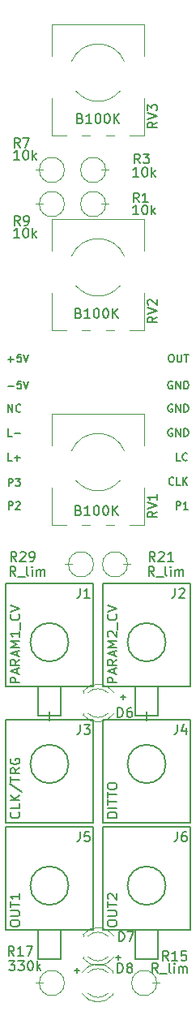
<source format=gbr>
%TF.GenerationSoftware,KiCad,Pcbnew,(5.1.9-0-10_14)*%
%TF.CreationDate,2021-01-17T19:39:33-06:00*%
%TF.ProjectId,JNTUB_board1,4a4e5455-425f-4626-9f61-7264312e6b69,rev?*%
%TF.SameCoordinates,Original*%
%TF.FileFunction,Legend,Top*%
%TF.FilePolarity,Positive*%
%FSLAX46Y46*%
G04 Gerber Fmt 4.6, Leading zero omitted, Abs format (unit mm)*
G04 Created by KiCad (PCBNEW (5.1.9-0-10_14)) date 2021-01-17 19:39:33*
%MOMM*%
%LPD*%
G01*
G04 APERTURE LIST*
%ADD10C,0.150000*%
%ADD11C,0.120000*%
%ADD12C,0.200000*%
G04 APERTURE END LIST*
D10*
X224269428Y-91116142D02*
X224878952Y-91116142D01*
X225640857Y-90620904D02*
X225259904Y-90620904D01*
X225221809Y-91001857D01*
X225259904Y-90963761D01*
X225336095Y-90925666D01*
X225526571Y-90925666D01*
X225602761Y-90963761D01*
X225640857Y-91001857D01*
X225678952Y-91078047D01*
X225678952Y-91268523D01*
X225640857Y-91344714D01*
X225602761Y-91382809D01*
X225526571Y-91420904D01*
X225336095Y-91420904D01*
X225259904Y-91382809D01*
X225221809Y-91344714D01*
X225907523Y-90620904D02*
X226174190Y-91420904D01*
X226440857Y-90620904D01*
X224288428Y-93833904D02*
X224288428Y-93033904D01*
X224745571Y-93833904D01*
X224745571Y-93033904D01*
X225583666Y-93757714D02*
X225545571Y-93795809D01*
X225431285Y-93833904D01*
X225355095Y-93833904D01*
X225240809Y-93795809D01*
X225164619Y-93719619D01*
X225126523Y-93643428D01*
X225088428Y-93491047D01*
X225088428Y-93376761D01*
X225126523Y-93224380D01*
X225164619Y-93148190D01*
X225240809Y-93072000D01*
X225355095Y-93033904D01*
X225431285Y-93033904D01*
X225545571Y-93072000D01*
X225583666Y-93110095D01*
X224269428Y-88322142D02*
X224878952Y-88322142D01*
X224574190Y-88626904D02*
X224574190Y-88017380D01*
X225640857Y-87826904D02*
X225259904Y-87826904D01*
X225221809Y-88207857D01*
X225259904Y-88169761D01*
X225336095Y-88131666D01*
X225526571Y-88131666D01*
X225602761Y-88169761D01*
X225640857Y-88207857D01*
X225678952Y-88284047D01*
X225678952Y-88474523D01*
X225640857Y-88550714D01*
X225602761Y-88588809D01*
X225526571Y-88626904D01*
X225336095Y-88626904D01*
X225259904Y-88588809D01*
X225221809Y-88550714D01*
X225907523Y-87826904D02*
X226174190Y-88626904D01*
X226440857Y-87826904D01*
X224326523Y-101580904D02*
X224326523Y-100780904D01*
X224631285Y-100780904D01*
X224707476Y-100819000D01*
X224745571Y-100857095D01*
X224783666Y-100933285D01*
X224783666Y-101047571D01*
X224745571Y-101123761D01*
X224707476Y-101161857D01*
X224631285Y-101199952D01*
X224326523Y-101199952D01*
X225050333Y-100780904D02*
X225545571Y-100780904D01*
X225278904Y-101085666D01*
X225393190Y-101085666D01*
X225469380Y-101123761D01*
X225507476Y-101161857D01*
X225545571Y-101238047D01*
X225545571Y-101428523D01*
X225507476Y-101504714D01*
X225469380Y-101542809D01*
X225393190Y-101580904D01*
X225164619Y-101580904D01*
X225088428Y-101542809D01*
X225050333Y-101504714D01*
X224669380Y-98913904D02*
X224288428Y-98913904D01*
X224288428Y-98113904D01*
X224936047Y-98609142D02*
X225545571Y-98609142D01*
X225240809Y-98913904D02*
X225240809Y-98304380D01*
X224326523Y-103993904D02*
X224326523Y-103193904D01*
X224631285Y-103193904D01*
X224707476Y-103232000D01*
X224745571Y-103270095D01*
X224783666Y-103346285D01*
X224783666Y-103460571D01*
X224745571Y-103536761D01*
X224707476Y-103574857D01*
X224631285Y-103612952D01*
X224326523Y-103612952D01*
X225088428Y-103270095D02*
X225126523Y-103232000D01*
X225202714Y-103193904D01*
X225393190Y-103193904D01*
X225469380Y-103232000D01*
X225507476Y-103270095D01*
X225545571Y-103346285D01*
X225545571Y-103422476D01*
X225507476Y-103536761D01*
X225050333Y-103993904D01*
X225545571Y-103993904D01*
X224669380Y-96373904D02*
X224288428Y-96373904D01*
X224288428Y-95573904D01*
X224936047Y-96069142D02*
X225545571Y-96069142D01*
X241452476Y-93072000D02*
X241376285Y-93033904D01*
X241262000Y-93033904D01*
X241147714Y-93072000D01*
X241071523Y-93148190D01*
X241033428Y-93224380D01*
X240995333Y-93376761D01*
X240995333Y-93491047D01*
X241033428Y-93643428D01*
X241071523Y-93719619D01*
X241147714Y-93795809D01*
X241262000Y-93833904D01*
X241338190Y-93833904D01*
X241452476Y-93795809D01*
X241490571Y-93757714D01*
X241490571Y-93491047D01*
X241338190Y-93491047D01*
X241833428Y-93833904D02*
X241833428Y-93033904D01*
X242290571Y-93833904D01*
X242290571Y-93033904D01*
X242671523Y-93833904D02*
X242671523Y-93033904D01*
X242862000Y-93033904D01*
X242976285Y-93072000D01*
X243052476Y-93148190D01*
X243090571Y-93224380D01*
X243128666Y-93376761D01*
X243128666Y-93491047D01*
X243090571Y-93643428D01*
X243052476Y-93719619D01*
X242976285Y-93795809D01*
X242862000Y-93833904D01*
X242671523Y-93833904D01*
X241452476Y-90659000D02*
X241376285Y-90620904D01*
X241262000Y-90620904D01*
X241147714Y-90659000D01*
X241071523Y-90735190D01*
X241033428Y-90811380D01*
X240995333Y-90963761D01*
X240995333Y-91078047D01*
X241033428Y-91230428D01*
X241071523Y-91306619D01*
X241147714Y-91382809D01*
X241262000Y-91420904D01*
X241338190Y-91420904D01*
X241452476Y-91382809D01*
X241490571Y-91344714D01*
X241490571Y-91078047D01*
X241338190Y-91078047D01*
X241833428Y-91420904D02*
X241833428Y-90620904D01*
X242290571Y-91420904D01*
X242290571Y-90620904D01*
X242671523Y-91420904D02*
X242671523Y-90620904D01*
X242862000Y-90620904D01*
X242976285Y-90659000D01*
X243052476Y-90735190D01*
X243090571Y-90811380D01*
X243128666Y-90963761D01*
X243128666Y-91078047D01*
X243090571Y-91230428D01*
X243052476Y-91306619D01*
X242976285Y-91382809D01*
X242862000Y-91420904D01*
X242671523Y-91420904D01*
X241452476Y-95612000D02*
X241376285Y-95573904D01*
X241262000Y-95573904D01*
X241147714Y-95612000D01*
X241071523Y-95688190D01*
X241033428Y-95764380D01*
X240995333Y-95916761D01*
X240995333Y-96031047D01*
X241033428Y-96183428D01*
X241071523Y-96259619D01*
X241147714Y-96335809D01*
X241262000Y-96373904D01*
X241338190Y-96373904D01*
X241452476Y-96335809D01*
X241490571Y-96297714D01*
X241490571Y-96031047D01*
X241338190Y-96031047D01*
X241833428Y-96373904D02*
X241833428Y-95573904D01*
X242290571Y-96373904D01*
X242290571Y-95573904D01*
X242671523Y-96373904D02*
X242671523Y-95573904D01*
X242862000Y-95573904D01*
X242976285Y-95612000D01*
X243052476Y-95688190D01*
X243090571Y-95764380D01*
X243128666Y-95916761D01*
X243128666Y-96031047D01*
X243090571Y-96183428D01*
X243052476Y-96259619D01*
X242976285Y-96335809D01*
X242862000Y-96373904D01*
X242671523Y-96373904D01*
X241262000Y-87826904D02*
X241414380Y-87826904D01*
X241490571Y-87865000D01*
X241566761Y-87941190D01*
X241604857Y-88093571D01*
X241604857Y-88360238D01*
X241566761Y-88512619D01*
X241490571Y-88588809D01*
X241414380Y-88626904D01*
X241262000Y-88626904D01*
X241185809Y-88588809D01*
X241109619Y-88512619D01*
X241071523Y-88360238D01*
X241071523Y-88093571D01*
X241109619Y-87941190D01*
X241185809Y-87865000D01*
X241262000Y-87826904D01*
X241947714Y-87826904D02*
X241947714Y-88474523D01*
X241985809Y-88550714D01*
X242023904Y-88588809D01*
X242100095Y-88626904D01*
X242252476Y-88626904D01*
X242328666Y-88588809D01*
X242366761Y-88550714D01*
X242404857Y-88474523D01*
X242404857Y-87826904D01*
X242671523Y-87826904D02*
X243128666Y-87826904D01*
X242900095Y-88626904D02*
X242900095Y-87826904D01*
X242290619Y-98913904D02*
X241909666Y-98913904D01*
X241909666Y-98113904D01*
X243014428Y-98837714D02*
X242976333Y-98875809D01*
X242862047Y-98913904D01*
X242785857Y-98913904D01*
X242671571Y-98875809D01*
X242595380Y-98799619D01*
X242557285Y-98723428D01*
X242519190Y-98571047D01*
X242519190Y-98456761D01*
X242557285Y-98304380D01*
X242595380Y-98228190D01*
X242671571Y-98152000D01*
X242785857Y-98113904D01*
X242862047Y-98113904D01*
X242976333Y-98152000D01*
X243014428Y-98190095D01*
X241852523Y-103993904D02*
X241852523Y-103193904D01*
X242157285Y-103193904D01*
X242233476Y-103232000D01*
X242271571Y-103270095D01*
X242309666Y-103346285D01*
X242309666Y-103460571D01*
X242271571Y-103536761D01*
X242233476Y-103574857D01*
X242157285Y-103612952D01*
X241852523Y-103612952D01*
X243071571Y-103993904D02*
X242614428Y-103993904D01*
X242843000Y-103993904D02*
X242843000Y-103193904D01*
X242766809Y-103308190D01*
X242690619Y-103384380D01*
X242614428Y-103422476D01*
X241585809Y-101377714D02*
X241547714Y-101415809D01*
X241433428Y-101453904D01*
X241357238Y-101453904D01*
X241242952Y-101415809D01*
X241166761Y-101339619D01*
X241128666Y-101263428D01*
X241090571Y-101111047D01*
X241090571Y-100996761D01*
X241128666Y-100844380D01*
X241166761Y-100768190D01*
X241242952Y-100692000D01*
X241357238Y-100653904D01*
X241433428Y-100653904D01*
X241547714Y-100692000D01*
X241585809Y-100730095D01*
X242309619Y-101453904D02*
X241928666Y-101453904D01*
X241928666Y-100653904D01*
X242576285Y-101453904D02*
X242576285Y-100653904D01*
X243033428Y-101453904D02*
X242690571Y-100996761D01*
X243033428Y-100653904D02*
X242576285Y-101111047D01*
D11*
%TO.C,R1*%
X234061000Y-72136000D02*
X234823000Y-72136000D01*
X234482000Y-72136000D02*
G75*
G03*
X234482000Y-72136000I-1310000J0D01*
G01*
%TO.C,R3*%
X234061000Y-68580000D02*
X234823000Y-68580000D01*
X234482000Y-68580000D02*
G75*
G03*
X234482000Y-68580000I-1310000J0D01*
G01*
%TO.C,R7*%
X227965000Y-68580000D02*
X227203000Y-68580000D01*
X230164000Y-68580000D02*
G75*
G03*
X230164000Y-68580000I-1310000J0D01*
G01*
%TO.C,R9*%
X227965000Y-72136000D02*
X227203000Y-72136000D01*
X230164000Y-72136000D02*
G75*
G03*
X230164000Y-72136000I-1310000J0D01*
G01*
%TO.C,R15*%
X239395000Y-153416000D02*
X240157000Y-153416000D01*
X239816000Y-153416000D02*
G75*
G03*
X239816000Y-153416000I-1310000J0D01*
G01*
%TO.C,R17*%
X227965000Y-153416000D02*
X227203000Y-153416000D01*
X230164000Y-153416000D02*
G75*
G03*
X230164000Y-153416000I-1310000J0D01*
G01*
%TO.C,R21*%
X236347000Y-109728000D02*
X237109000Y-109728000D01*
X236768000Y-109728000D02*
G75*
G03*
X236768000Y-109728000I-1310000J0D01*
G01*
%TO.C,R29*%
X231013000Y-109728000D02*
X230251000Y-109728000D01*
X233212000Y-109728000D02*
G75*
G03*
X233212000Y-109728000I-1310000J0D01*
G01*
%TO.C,RV1*%
X228880000Y-94060000D02*
X238480000Y-94060000D01*
X237005000Y-105620000D02*
X238480000Y-105620000D01*
X234505000Y-105620000D02*
X235355000Y-105620000D01*
X232005000Y-105620000D02*
X232855000Y-105620000D01*
X228880000Y-105620000D02*
X230355000Y-105620000D01*
X238480000Y-97365000D02*
X238480000Y-94060000D01*
X238480000Y-105620000D02*
X238480000Y-101754000D01*
X228880000Y-97365000D02*
X228880000Y-94060000D01*
X228880000Y-105620000D02*
X228880000Y-101754000D01*
X235977753Y-100988295D02*
G75*
G02*
X231382000Y-100988000I-2297753J1928295D01*
G01*
X230917568Y-97888018D02*
G75*
G02*
X236442000Y-97887000I2762432J-1171982D01*
G01*
D10*
%TO.C,J4*%
X238760000Y-126056000D02*
X238760000Y-125095000D01*
X240760000Y-130556000D02*
G75*
G03*
X240760000Y-130556000I-2000000J0D01*
G01*
X243360000Y-125956000D02*
X243360000Y-136656000D01*
X234160000Y-125956000D02*
X243360000Y-125956000D01*
X234160000Y-136656000D02*
X234160000Y-125956000D01*
X243360000Y-136656000D02*
X234160000Y-136656000D01*
%TO.C,J3*%
X228600000Y-126056000D02*
X228600000Y-125095000D01*
X230600000Y-130556000D02*
G75*
G03*
X230600000Y-130556000I-2000000J0D01*
G01*
X233200000Y-125956000D02*
X233200000Y-136656000D01*
X224000000Y-125956000D02*
X233200000Y-125956000D01*
X224000000Y-136656000D02*
X224000000Y-125956000D01*
X233200000Y-136656000D02*
X224000000Y-136656000D01*
%TO.C,J6*%
X240760000Y-143256000D02*
G75*
G03*
X240760000Y-143256000I-2000000J0D01*
G01*
X234160000Y-147856000D02*
X234160000Y-137156000D01*
X243360000Y-147856000D02*
X234160000Y-147856000D01*
X243360000Y-137156000D02*
X243360000Y-147856000D01*
X234160000Y-137156000D02*
X243360000Y-137156000D01*
X239960000Y-150956000D02*
X239960000Y-147856000D01*
X237560000Y-150956000D02*
X239960000Y-150956000D01*
X237560000Y-147856000D02*
X237560000Y-150956000D01*
%TO.C,J5*%
X230600000Y-143256000D02*
G75*
G03*
X230600000Y-143256000I-2000000J0D01*
G01*
X224000000Y-147856000D02*
X224000000Y-137156000D01*
X233200000Y-147856000D02*
X224000000Y-147856000D01*
X233200000Y-137156000D02*
X233200000Y-147856000D01*
X224000000Y-137156000D02*
X233200000Y-137156000D01*
X229800000Y-150956000D02*
X229800000Y-147856000D01*
X227400000Y-150956000D02*
X229800000Y-150956000D01*
X227400000Y-147856000D02*
X227400000Y-150956000D01*
%TO.C,J2*%
X240760000Y-117856000D02*
G75*
G03*
X240760000Y-117856000I-2000000J0D01*
G01*
X234160000Y-122456000D02*
X234160000Y-111756000D01*
X243360000Y-122456000D02*
X234160000Y-122456000D01*
X243360000Y-111756000D02*
X243360000Y-122456000D01*
X234160000Y-111756000D02*
X243360000Y-111756000D01*
X239960000Y-125556000D02*
X239960000Y-122456000D01*
X237560000Y-125556000D02*
X239960000Y-125556000D01*
X237560000Y-122456000D02*
X237560000Y-125556000D01*
%TO.C,J1*%
X230600000Y-117856000D02*
G75*
G03*
X230600000Y-117856000I-2000000J0D01*
G01*
X224000000Y-122456000D02*
X224000000Y-111756000D01*
X233200000Y-122456000D02*
X224000000Y-122456000D01*
X233200000Y-111756000D02*
X233200000Y-122456000D01*
X224000000Y-111756000D02*
X233200000Y-111756000D01*
X229800000Y-125556000D02*
X229800000Y-122456000D01*
X227400000Y-125556000D02*
X229800000Y-125556000D01*
X227400000Y-122456000D02*
X227400000Y-125556000D01*
D11*
%TO.C,RV2*%
X228880000Y-73740000D02*
X238480000Y-73740000D01*
X237005000Y-85300000D02*
X238480000Y-85300000D01*
X234505000Y-85300000D02*
X235355000Y-85300000D01*
X232005000Y-85300000D02*
X232855000Y-85300000D01*
X228880000Y-85300000D02*
X230355000Y-85300000D01*
X238480000Y-77045000D02*
X238480000Y-73740000D01*
X238480000Y-85300000D02*
X238480000Y-81434000D01*
X228880000Y-77045000D02*
X228880000Y-73740000D01*
X228880000Y-85300000D02*
X228880000Y-81434000D01*
X235977753Y-80668295D02*
G75*
G02*
X231382000Y-80668000I-2297753J1928295D01*
G01*
X230917568Y-77568018D02*
G75*
G02*
X236442000Y-77567000I2762432J-1171982D01*
G01*
%TO.C,RV3*%
X228880000Y-53420000D02*
X238480000Y-53420000D01*
X237005000Y-64980000D02*
X238480000Y-64980000D01*
X234505000Y-64980000D02*
X235355000Y-64980000D01*
X232005000Y-64980000D02*
X232855000Y-64980000D01*
X228880000Y-64980000D02*
X230355000Y-64980000D01*
X238480000Y-56725000D02*
X238480000Y-53420000D01*
X238480000Y-64980000D02*
X238480000Y-61114000D01*
X228880000Y-56725000D02*
X228880000Y-53420000D01*
X228880000Y-64980000D02*
X228880000Y-61114000D01*
X235977753Y-60348295D02*
G75*
G02*
X231382000Y-60348000I-2297753J1928295D01*
G01*
X230917568Y-57248018D02*
G75*
G02*
X236442000Y-57247000I2762432J-1171982D01*
G01*
D10*
%TO.C,D6*%
X236347000Y-123825000D02*
X236347000Y-123317000D01*
X236093000Y-123571000D02*
X236601000Y-123571000D01*
D11*
X232120000Y-125286000D02*
X232120000Y-125442000D01*
X232120000Y-122970000D02*
X232120000Y-123126000D01*
X235352335Y-123127392D02*
G75*
G03*
X232120000Y-122970484I-1672335J-1078608D01*
G01*
X235352335Y-125284608D02*
G75*
G02*
X232120000Y-125441516I-1672335J1078608D01*
G01*
X234721130Y-123126163D02*
G75*
G03*
X232639039Y-123126000I-1041130J-1079837D01*
G01*
X234721130Y-125285837D02*
G75*
G02*
X232639039Y-125286000I-1041130J1079837D01*
G01*
D10*
%TO.C,D7*%
X235585000Y-150749000D02*
X236093000Y-150749000D01*
X235839000Y-150495000D02*
X235839000Y-151003000D01*
D11*
X232120000Y-150686000D02*
X232120000Y-150842000D01*
X232120000Y-148370000D02*
X232120000Y-148526000D01*
X235352335Y-148527392D02*
G75*
G03*
X232120000Y-148370484I-1672335J-1078608D01*
G01*
X235352335Y-150684608D02*
G75*
G02*
X232120000Y-150841516I-1672335J1078608D01*
G01*
X234721130Y-148526163D02*
G75*
G03*
X232639039Y-148526000I-1041130J-1079837D01*
G01*
X234721130Y-150685837D02*
G75*
G02*
X232639039Y-150686000I-1041130J1079837D01*
G01*
D10*
%TO.C,D8*%
X231775000Y-152146000D02*
X231267000Y-152146000D01*
X231521000Y-152400000D02*
X231521000Y-151892000D01*
D11*
X235240000Y-152336000D02*
X235240000Y-152180000D01*
X235240000Y-154652000D02*
X235240000Y-154496000D01*
X232007665Y-154494608D02*
G75*
G03*
X235240000Y-154651516I1672335J1078608D01*
G01*
X232007665Y-152337392D02*
G75*
G02*
X235240000Y-152180484I1672335J-1078608D01*
G01*
X232638870Y-154495837D02*
G75*
G03*
X234720961Y-154496000I1041130J1079837D01*
G01*
X232638870Y-152336163D02*
G75*
G02*
X234720961Y-152336000I1041130J-1079837D01*
G01*
%TO.C,R1*%
D10*
X237958333Y-71953380D02*
X237625000Y-71477190D01*
X237386904Y-71953380D02*
X237386904Y-70953380D01*
X237767857Y-70953380D01*
X237863095Y-71001000D01*
X237910714Y-71048619D01*
X237958333Y-71143857D01*
X237958333Y-71286714D01*
X237910714Y-71381952D01*
X237863095Y-71429571D01*
X237767857Y-71477190D01*
X237386904Y-71477190D01*
X238910714Y-71953380D02*
X238339285Y-71953380D01*
X238625000Y-71953380D02*
X238625000Y-70953380D01*
X238529761Y-71096238D01*
X238434523Y-71191476D01*
X238339285Y-71239095D01*
X237910761Y-73223380D02*
X237339333Y-73223380D01*
X237625047Y-73223380D02*
X237625047Y-72223380D01*
X237529809Y-72366238D01*
X237434571Y-72461476D01*
X237339333Y-72509095D01*
X238529809Y-72223380D02*
X238625047Y-72223380D01*
X238720285Y-72271000D01*
X238767904Y-72318619D01*
X238815523Y-72413857D01*
X238863142Y-72604333D01*
X238863142Y-72842428D01*
X238815523Y-73032904D01*
X238767904Y-73128142D01*
X238720285Y-73175761D01*
X238625047Y-73223380D01*
X238529809Y-73223380D01*
X238434571Y-73175761D01*
X238386952Y-73128142D01*
X238339333Y-73032904D01*
X238291714Y-72842428D01*
X238291714Y-72604333D01*
X238339333Y-72413857D01*
X238386952Y-72318619D01*
X238434571Y-72271000D01*
X238529809Y-72223380D01*
X239291714Y-73223380D02*
X239291714Y-72223380D01*
X239386952Y-72842428D02*
X239672666Y-73223380D01*
X239672666Y-72556714D02*
X239291714Y-72937666D01*
%TO.C,R3*%
X238085333Y-67889380D02*
X237752000Y-67413190D01*
X237513904Y-67889380D02*
X237513904Y-66889380D01*
X237894857Y-66889380D01*
X237990095Y-66937000D01*
X238037714Y-66984619D01*
X238085333Y-67079857D01*
X238085333Y-67222714D01*
X238037714Y-67317952D01*
X237990095Y-67365571D01*
X237894857Y-67413190D01*
X237513904Y-67413190D01*
X238418666Y-66889380D02*
X239037714Y-66889380D01*
X238704380Y-67270333D01*
X238847238Y-67270333D01*
X238942476Y-67317952D01*
X238990095Y-67365571D01*
X239037714Y-67460809D01*
X239037714Y-67698904D01*
X238990095Y-67794142D01*
X238942476Y-67841761D01*
X238847238Y-67889380D01*
X238561523Y-67889380D01*
X238466285Y-67841761D01*
X238418666Y-67794142D01*
X237910761Y-69286380D02*
X237339333Y-69286380D01*
X237625047Y-69286380D02*
X237625047Y-68286380D01*
X237529809Y-68429238D01*
X237434571Y-68524476D01*
X237339333Y-68572095D01*
X238529809Y-68286380D02*
X238625047Y-68286380D01*
X238720285Y-68334000D01*
X238767904Y-68381619D01*
X238815523Y-68476857D01*
X238863142Y-68667333D01*
X238863142Y-68905428D01*
X238815523Y-69095904D01*
X238767904Y-69191142D01*
X238720285Y-69238761D01*
X238625047Y-69286380D01*
X238529809Y-69286380D01*
X238434571Y-69238761D01*
X238386952Y-69191142D01*
X238339333Y-69095904D01*
X238291714Y-68905428D01*
X238291714Y-68667333D01*
X238339333Y-68476857D01*
X238386952Y-68381619D01*
X238434571Y-68334000D01*
X238529809Y-68286380D01*
X239291714Y-69286380D02*
X239291714Y-68286380D01*
X239386952Y-68905428D02*
X239672666Y-69286380D01*
X239672666Y-68619714D02*
X239291714Y-69000666D01*
%TO.C,R7*%
X225512333Y-66238380D02*
X225179000Y-65762190D01*
X224940904Y-66238380D02*
X224940904Y-65238380D01*
X225321857Y-65238380D01*
X225417095Y-65286000D01*
X225464714Y-65333619D01*
X225512333Y-65428857D01*
X225512333Y-65571714D01*
X225464714Y-65666952D01*
X225417095Y-65714571D01*
X225321857Y-65762190D01*
X224940904Y-65762190D01*
X225845666Y-65238380D02*
X226512333Y-65238380D01*
X226083761Y-66238380D01*
X225464761Y-67508380D02*
X224893333Y-67508380D01*
X225179047Y-67508380D02*
X225179047Y-66508380D01*
X225083809Y-66651238D01*
X224988571Y-66746476D01*
X224893333Y-66794095D01*
X226083809Y-66508380D02*
X226179047Y-66508380D01*
X226274285Y-66556000D01*
X226321904Y-66603619D01*
X226369523Y-66698857D01*
X226417142Y-66889333D01*
X226417142Y-67127428D01*
X226369523Y-67317904D01*
X226321904Y-67413142D01*
X226274285Y-67460761D01*
X226179047Y-67508380D01*
X226083809Y-67508380D01*
X225988571Y-67460761D01*
X225940952Y-67413142D01*
X225893333Y-67317904D01*
X225845714Y-67127428D01*
X225845714Y-66889333D01*
X225893333Y-66698857D01*
X225940952Y-66603619D01*
X225988571Y-66556000D01*
X226083809Y-66508380D01*
X226845714Y-67508380D02*
X226845714Y-66508380D01*
X226940952Y-67127428D02*
X227226666Y-67508380D01*
X227226666Y-66841714D02*
X226845714Y-67222666D01*
%TO.C,R9*%
X225512333Y-74366380D02*
X225179000Y-73890190D01*
X224940904Y-74366380D02*
X224940904Y-73366380D01*
X225321857Y-73366380D01*
X225417095Y-73414000D01*
X225464714Y-73461619D01*
X225512333Y-73556857D01*
X225512333Y-73699714D01*
X225464714Y-73794952D01*
X225417095Y-73842571D01*
X225321857Y-73890190D01*
X224940904Y-73890190D01*
X225988523Y-74366380D02*
X226179000Y-74366380D01*
X226274238Y-74318761D01*
X226321857Y-74271142D01*
X226417095Y-74128285D01*
X226464714Y-73937809D01*
X226464714Y-73556857D01*
X226417095Y-73461619D01*
X226369476Y-73414000D01*
X226274238Y-73366380D01*
X226083761Y-73366380D01*
X225988523Y-73414000D01*
X225940904Y-73461619D01*
X225893285Y-73556857D01*
X225893285Y-73794952D01*
X225940904Y-73890190D01*
X225988523Y-73937809D01*
X226083761Y-73985428D01*
X226274238Y-73985428D01*
X226369476Y-73937809D01*
X226417095Y-73890190D01*
X226464714Y-73794952D01*
X225464761Y-75636380D02*
X224893333Y-75636380D01*
X225179047Y-75636380D02*
X225179047Y-74636380D01*
X225083809Y-74779238D01*
X224988571Y-74874476D01*
X224893333Y-74922095D01*
X226083809Y-74636380D02*
X226179047Y-74636380D01*
X226274285Y-74684000D01*
X226321904Y-74731619D01*
X226369523Y-74826857D01*
X226417142Y-75017333D01*
X226417142Y-75255428D01*
X226369523Y-75445904D01*
X226321904Y-75541142D01*
X226274285Y-75588761D01*
X226179047Y-75636380D01*
X226083809Y-75636380D01*
X225988571Y-75588761D01*
X225940952Y-75541142D01*
X225893333Y-75445904D01*
X225845714Y-75255428D01*
X225845714Y-75017333D01*
X225893333Y-74826857D01*
X225940952Y-74731619D01*
X225988571Y-74684000D01*
X226083809Y-74636380D01*
X226845714Y-75636380D02*
X226845714Y-74636380D01*
X226940952Y-75255428D02*
X227226666Y-75636380D01*
X227226666Y-74969714D02*
X226845714Y-75350666D01*
%TO.C,R15*%
X241038142Y-151074380D02*
X240704809Y-150598190D01*
X240466714Y-151074380D02*
X240466714Y-150074380D01*
X240847666Y-150074380D01*
X240942904Y-150122000D01*
X240990523Y-150169619D01*
X241038142Y-150264857D01*
X241038142Y-150407714D01*
X240990523Y-150502952D01*
X240942904Y-150550571D01*
X240847666Y-150598190D01*
X240466714Y-150598190D01*
X241990523Y-151074380D02*
X241419095Y-151074380D01*
X241704809Y-151074380D02*
X241704809Y-150074380D01*
X241609571Y-150217238D01*
X241514333Y-150312476D01*
X241419095Y-150360095D01*
X242895285Y-150074380D02*
X242419095Y-150074380D01*
X242371476Y-150550571D01*
X242419095Y-150502952D01*
X242514333Y-150455333D01*
X242752428Y-150455333D01*
X242847666Y-150502952D01*
X242895285Y-150550571D01*
X242942904Y-150645809D01*
X242942904Y-150883904D01*
X242895285Y-150979142D01*
X242847666Y-151026761D01*
X242752428Y-151074380D01*
X242514333Y-151074380D01*
X242419095Y-151026761D01*
X242371476Y-150979142D01*
X239934904Y-152344380D02*
X239601571Y-151868190D01*
X239363476Y-152344380D02*
X239363476Y-151344380D01*
X239744428Y-151344380D01*
X239839666Y-151392000D01*
X239887285Y-151439619D01*
X239934904Y-151534857D01*
X239934904Y-151677714D01*
X239887285Y-151772952D01*
X239839666Y-151820571D01*
X239744428Y-151868190D01*
X239363476Y-151868190D01*
X240125380Y-152439619D02*
X240887285Y-152439619D01*
X241268238Y-152344380D02*
X241173000Y-152296761D01*
X241125380Y-152201523D01*
X241125380Y-151344380D01*
X241649190Y-152344380D02*
X241649190Y-151677714D01*
X241649190Y-151344380D02*
X241601571Y-151392000D01*
X241649190Y-151439619D01*
X241696809Y-151392000D01*
X241649190Y-151344380D01*
X241649190Y-151439619D01*
X242125380Y-152344380D02*
X242125380Y-151677714D01*
X242125380Y-151772952D02*
X242173000Y-151725333D01*
X242268238Y-151677714D01*
X242411095Y-151677714D01*
X242506333Y-151725333D01*
X242553952Y-151820571D01*
X242553952Y-152344380D01*
X242553952Y-151820571D02*
X242601571Y-151725333D01*
X242696809Y-151677714D01*
X242839666Y-151677714D01*
X242934904Y-151725333D01*
X242982523Y-151820571D01*
X242982523Y-152344380D01*
%TO.C,R17*%
X224909142Y-150566380D02*
X224575809Y-150090190D01*
X224337714Y-150566380D02*
X224337714Y-149566380D01*
X224718666Y-149566380D01*
X224813904Y-149614000D01*
X224861523Y-149661619D01*
X224909142Y-149756857D01*
X224909142Y-149899714D01*
X224861523Y-149994952D01*
X224813904Y-150042571D01*
X224718666Y-150090190D01*
X224337714Y-150090190D01*
X225861523Y-150566380D02*
X225290095Y-150566380D01*
X225575809Y-150566380D02*
X225575809Y-149566380D01*
X225480571Y-149709238D01*
X225385333Y-149804476D01*
X225290095Y-149852095D01*
X226194857Y-149566380D02*
X226861523Y-149566380D01*
X226432952Y-150566380D01*
X224369523Y-151090380D02*
X224988571Y-151090380D01*
X224655238Y-151471333D01*
X224798095Y-151471333D01*
X224893333Y-151518952D01*
X224940952Y-151566571D01*
X224988571Y-151661809D01*
X224988571Y-151899904D01*
X224940952Y-151995142D01*
X224893333Y-152042761D01*
X224798095Y-152090380D01*
X224512380Y-152090380D01*
X224417142Y-152042761D01*
X224369523Y-151995142D01*
X225321904Y-151090380D02*
X225940952Y-151090380D01*
X225607619Y-151471333D01*
X225750476Y-151471333D01*
X225845714Y-151518952D01*
X225893333Y-151566571D01*
X225940952Y-151661809D01*
X225940952Y-151899904D01*
X225893333Y-151995142D01*
X225845714Y-152042761D01*
X225750476Y-152090380D01*
X225464761Y-152090380D01*
X225369523Y-152042761D01*
X225321904Y-151995142D01*
X226560000Y-151090380D02*
X226655238Y-151090380D01*
X226750476Y-151138000D01*
X226798095Y-151185619D01*
X226845714Y-151280857D01*
X226893333Y-151471333D01*
X226893333Y-151709428D01*
X226845714Y-151899904D01*
X226798095Y-151995142D01*
X226750476Y-152042761D01*
X226655238Y-152090380D01*
X226560000Y-152090380D01*
X226464761Y-152042761D01*
X226417142Y-151995142D01*
X226369523Y-151899904D01*
X226321904Y-151709428D01*
X226321904Y-151471333D01*
X226369523Y-151280857D01*
X226417142Y-151185619D01*
X226464761Y-151138000D01*
X226560000Y-151090380D01*
X227321904Y-152090380D02*
X227321904Y-151090380D01*
X227417142Y-151709428D02*
X227702857Y-152090380D01*
X227702857Y-151423714D02*
X227321904Y-151804666D01*
%TO.C,R21*%
X239641142Y-109418380D02*
X239307809Y-108942190D01*
X239069714Y-109418380D02*
X239069714Y-108418380D01*
X239450666Y-108418380D01*
X239545904Y-108466000D01*
X239593523Y-108513619D01*
X239641142Y-108608857D01*
X239641142Y-108751714D01*
X239593523Y-108846952D01*
X239545904Y-108894571D01*
X239450666Y-108942190D01*
X239069714Y-108942190D01*
X240022095Y-108513619D02*
X240069714Y-108466000D01*
X240164952Y-108418380D01*
X240403047Y-108418380D01*
X240498285Y-108466000D01*
X240545904Y-108513619D01*
X240593523Y-108608857D01*
X240593523Y-108704095D01*
X240545904Y-108846952D01*
X239974476Y-109418380D01*
X240593523Y-109418380D01*
X241545904Y-109418380D02*
X240974476Y-109418380D01*
X241260190Y-109418380D02*
X241260190Y-108418380D01*
X241164952Y-108561238D01*
X241069714Y-108656476D01*
X240974476Y-108704095D01*
X239553904Y-110942380D02*
X239220571Y-110466190D01*
X238982476Y-110942380D02*
X238982476Y-109942380D01*
X239363428Y-109942380D01*
X239458666Y-109990000D01*
X239506285Y-110037619D01*
X239553904Y-110132857D01*
X239553904Y-110275714D01*
X239506285Y-110370952D01*
X239458666Y-110418571D01*
X239363428Y-110466190D01*
X238982476Y-110466190D01*
X239744380Y-111037619D02*
X240506285Y-111037619D01*
X240887238Y-110942380D02*
X240792000Y-110894761D01*
X240744380Y-110799523D01*
X240744380Y-109942380D01*
X241268190Y-110942380D02*
X241268190Y-110275714D01*
X241268190Y-109942380D02*
X241220571Y-109990000D01*
X241268190Y-110037619D01*
X241315809Y-109990000D01*
X241268190Y-109942380D01*
X241268190Y-110037619D01*
X241744380Y-110942380D02*
X241744380Y-110275714D01*
X241744380Y-110370952D02*
X241792000Y-110323333D01*
X241887238Y-110275714D01*
X242030095Y-110275714D01*
X242125333Y-110323333D01*
X242172952Y-110418571D01*
X242172952Y-110942380D01*
X242172952Y-110418571D02*
X242220571Y-110323333D01*
X242315809Y-110275714D01*
X242458666Y-110275714D01*
X242553904Y-110323333D01*
X242601523Y-110418571D01*
X242601523Y-110942380D01*
%TO.C,R29*%
X225163142Y-109418380D02*
X224829809Y-108942190D01*
X224591714Y-109418380D02*
X224591714Y-108418380D01*
X224972666Y-108418380D01*
X225067904Y-108466000D01*
X225115523Y-108513619D01*
X225163142Y-108608857D01*
X225163142Y-108751714D01*
X225115523Y-108846952D01*
X225067904Y-108894571D01*
X224972666Y-108942190D01*
X224591714Y-108942190D01*
X225544095Y-108513619D02*
X225591714Y-108466000D01*
X225686952Y-108418380D01*
X225925047Y-108418380D01*
X226020285Y-108466000D01*
X226067904Y-108513619D01*
X226115523Y-108608857D01*
X226115523Y-108704095D01*
X226067904Y-108846952D01*
X225496476Y-109418380D01*
X226115523Y-109418380D01*
X226591714Y-109418380D02*
X226782190Y-109418380D01*
X226877428Y-109370761D01*
X226925047Y-109323142D01*
X227020285Y-109180285D01*
X227067904Y-108989809D01*
X227067904Y-108608857D01*
X227020285Y-108513619D01*
X226972666Y-108466000D01*
X226877428Y-108418380D01*
X226686952Y-108418380D01*
X226591714Y-108466000D01*
X226544095Y-108513619D01*
X226496476Y-108608857D01*
X226496476Y-108846952D01*
X226544095Y-108942190D01*
X226591714Y-108989809D01*
X226686952Y-109037428D01*
X226877428Y-109037428D01*
X226972666Y-108989809D01*
X227020285Y-108942190D01*
X227067904Y-108846952D01*
X225075904Y-110942380D02*
X224742571Y-110466190D01*
X224504476Y-110942380D02*
X224504476Y-109942380D01*
X224885428Y-109942380D01*
X224980666Y-109990000D01*
X225028285Y-110037619D01*
X225075904Y-110132857D01*
X225075904Y-110275714D01*
X225028285Y-110370952D01*
X224980666Y-110418571D01*
X224885428Y-110466190D01*
X224504476Y-110466190D01*
X225266380Y-111037619D02*
X226028285Y-111037619D01*
X226409238Y-110942380D02*
X226314000Y-110894761D01*
X226266380Y-110799523D01*
X226266380Y-109942380D01*
X226790190Y-110942380D02*
X226790190Y-110275714D01*
X226790190Y-109942380D02*
X226742571Y-109990000D01*
X226790190Y-110037619D01*
X226837809Y-109990000D01*
X226790190Y-109942380D01*
X226790190Y-110037619D01*
X227266380Y-110942380D02*
X227266380Y-110275714D01*
X227266380Y-110370952D02*
X227314000Y-110323333D01*
X227409238Y-110275714D01*
X227552095Y-110275714D01*
X227647333Y-110323333D01*
X227694952Y-110418571D01*
X227694952Y-110942380D01*
X227694952Y-110418571D02*
X227742571Y-110323333D01*
X227837809Y-110275714D01*
X227980666Y-110275714D01*
X228075904Y-110323333D01*
X228123523Y-110418571D01*
X228123523Y-110942380D01*
%TO.C,RV1*%
X239847380Y-104227238D02*
X239371190Y-104560571D01*
X239847380Y-104798666D02*
X238847380Y-104798666D01*
X238847380Y-104417714D01*
X238895000Y-104322476D01*
X238942619Y-104274857D01*
X239037857Y-104227238D01*
X239180714Y-104227238D01*
X239275952Y-104274857D01*
X239323571Y-104322476D01*
X239371190Y-104417714D01*
X239371190Y-104798666D01*
X238847380Y-103941523D02*
X239847380Y-103608190D01*
X238847380Y-103274857D01*
X239847380Y-102417714D02*
X239847380Y-102989142D01*
X239847380Y-102703428D02*
X238847380Y-102703428D01*
X238990238Y-102798666D01*
X239085476Y-102893904D01*
X239133095Y-102989142D01*
D12*
X231662857Y-104068571D02*
X231805714Y-104116190D01*
X231853333Y-104163809D01*
X231900952Y-104259047D01*
X231900952Y-104401904D01*
X231853333Y-104497142D01*
X231805714Y-104544761D01*
X231710476Y-104592380D01*
X231329523Y-104592380D01*
X231329523Y-103592380D01*
X231662857Y-103592380D01*
X231758095Y-103640000D01*
X231805714Y-103687619D01*
X231853333Y-103782857D01*
X231853333Y-103878095D01*
X231805714Y-103973333D01*
X231758095Y-104020952D01*
X231662857Y-104068571D01*
X231329523Y-104068571D01*
X232853333Y-104592380D02*
X232281904Y-104592380D01*
X232567619Y-104592380D02*
X232567619Y-103592380D01*
X232472380Y-103735238D01*
X232377142Y-103830476D01*
X232281904Y-103878095D01*
X233472380Y-103592380D02*
X233567619Y-103592380D01*
X233662857Y-103640000D01*
X233710476Y-103687619D01*
X233758095Y-103782857D01*
X233805714Y-103973333D01*
X233805714Y-104211428D01*
X233758095Y-104401904D01*
X233710476Y-104497142D01*
X233662857Y-104544761D01*
X233567619Y-104592380D01*
X233472380Y-104592380D01*
X233377142Y-104544761D01*
X233329523Y-104497142D01*
X233281904Y-104401904D01*
X233234285Y-104211428D01*
X233234285Y-103973333D01*
X233281904Y-103782857D01*
X233329523Y-103687619D01*
X233377142Y-103640000D01*
X233472380Y-103592380D01*
X234424761Y-103592380D02*
X234520000Y-103592380D01*
X234615238Y-103640000D01*
X234662857Y-103687619D01*
X234710476Y-103782857D01*
X234758095Y-103973333D01*
X234758095Y-104211428D01*
X234710476Y-104401904D01*
X234662857Y-104497142D01*
X234615238Y-104544761D01*
X234520000Y-104592380D01*
X234424761Y-104592380D01*
X234329523Y-104544761D01*
X234281904Y-104497142D01*
X234234285Y-104401904D01*
X234186666Y-104211428D01*
X234186666Y-103973333D01*
X234234285Y-103782857D01*
X234281904Y-103687619D01*
X234329523Y-103640000D01*
X234424761Y-103592380D01*
X235186666Y-104592380D02*
X235186666Y-103592380D01*
X235758095Y-104592380D02*
X235329523Y-104020952D01*
X235758095Y-103592380D02*
X235186666Y-104163809D01*
%TO.C,J4*%
D10*
X241982666Y-126452380D02*
X241982666Y-127166666D01*
X241935047Y-127309523D01*
X241839809Y-127404761D01*
X241696952Y-127452380D01*
X241601714Y-127452380D01*
X242887428Y-126785714D02*
X242887428Y-127452380D01*
X242649333Y-126404761D02*
X242411238Y-127119047D01*
X243030285Y-127119047D01*
D12*
X235656380Y-136151714D02*
X234656380Y-136151714D01*
X234656380Y-135913619D01*
X234704000Y-135770761D01*
X234799238Y-135675523D01*
X234894476Y-135627904D01*
X235084952Y-135580285D01*
X235227809Y-135580285D01*
X235418285Y-135627904D01*
X235513523Y-135675523D01*
X235608761Y-135770761D01*
X235656380Y-135913619D01*
X235656380Y-136151714D01*
X235656380Y-135151714D02*
X234656380Y-135151714D01*
X234656380Y-134818380D02*
X234656380Y-134246952D01*
X235656380Y-134532666D02*
X234656380Y-134532666D01*
X234656380Y-134056476D02*
X234656380Y-133485047D01*
X235656380Y-133770761D02*
X234656380Y-133770761D01*
X234656380Y-132961238D02*
X234656380Y-132770761D01*
X234704000Y-132675523D01*
X234799238Y-132580285D01*
X234989714Y-132532666D01*
X235323047Y-132532666D01*
X235513523Y-132580285D01*
X235608761Y-132675523D01*
X235656380Y-132770761D01*
X235656380Y-132961238D01*
X235608761Y-133056476D01*
X235513523Y-133151714D01*
X235323047Y-133199333D01*
X234989714Y-133199333D01*
X234799238Y-133151714D01*
X234704000Y-133056476D01*
X234656380Y-132961238D01*
%TO.C,J3*%
D10*
X231822666Y-126452380D02*
X231822666Y-127166666D01*
X231775047Y-127309523D01*
X231679809Y-127404761D01*
X231536952Y-127452380D01*
X231441714Y-127452380D01*
X232203619Y-126452380D02*
X232822666Y-126452380D01*
X232489333Y-126833333D01*
X232632190Y-126833333D01*
X232727428Y-126880952D01*
X232775047Y-126928571D01*
X232822666Y-127023809D01*
X232822666Y-127261904D01*
X232775047Y-127357142D01*
X232727428Y-127404761D01*
X232632190Y-127452380D01*
X232346476Y-127452380D01*
X232251238Y-127404761D01*
X232203619Y-127357142D01*
D12*
X225401142Y-135596000D02*
X225448761Y-135643619D01*
X225496380Y-135786476D01*
X225496380Y-135881714D01*
X225448761Y-136024571D01*
X225353523Y-136119809D01*
X225258285Y-136167428D01*
X225067809Y-136215047D01*
X224924952Y-136215047D01*
X224734476Y-136167428D01*
X224639238Y-136119809D01*
X224544000Y-136024571D01*
X224496380Y-135881714D01*
X224496380Y-135786476D01*
X224544000Y-135643619D01*
X224591619Y-135596000D01*
X225496380Y-134691238D02*
X225496380Y-135167428D01*
X224496380Y-135167428D01*
X225496380Y-134357904D02*
X224496380Y-134357904D01*
X225496380Y-133786476D02*
X224924952Y-134215047D01*
X224496380Y-133786476D02*
X225067809Y-134357904D01*
X224448761Y-132643619D02*
X225734476Y-133500761D01*
X224496380Y-132453142D02*
X224496380Y-131881714D01*
X225496380Y-132167428D02*
X224496380Y-132167428D01*
X225496380Y-130976952D02*
X225020190Y-131310285D01*
X225496380Y-131548380D02*
X224496380Y-131548380D01*
X224496380Y-131167428D01*
X224544000Y-131072190D01*
X224591619Y-131024571D01*
X224686857Y-130976952D01*
X224829714Y-130976952D01*
X224924952Y-131024571D01*
X224972571Y-131072190D01*
X225020190Y-131167428D01*
X225020190Y-131548380D01*
X224544000Y-130024571D02*
X224496380Y-130119809D01*
X224496380Y-130262666D01*
X224544000Y-130405523D01*
X224639238Y-130500761D01*
X224734476Y-130548380D01*
X224924952Y-130596000D01*
X225067809Y-130596000D01*
X225258285Y-130548380D01*
X225353523Y-130500761D01*
X225448761Y-130405523D01*
X225496380Y-130262666D01*
X225496380Y-130167428D01*
X225448761Y-130024571D01*
X225401142Y-129976952D01*
X225067809Y-129976952D01*
X225067809Y-130167428D01*
%TO.C,J6*%
D10*
X241982666Y-137628380D02*
X241982666Y-138342666D01*
X241935047Y-138485523D01*
X241839809Y-138580761D01*
X241696952Y-138628380D01*
X241601714Y-138628380D01*
X242887428Y-137628380D02*
X242696952Y-137628380D01*
X242601714Y-137676000D01*
X242554095Y-137723619D01*
X242458857Y-137866476D01*
X242411238Y-138056952D01*
X242411238Y-138437904D01*
X242458857Y-138533142D01*
X242506476Y-138580761D01*
X242601714Y-138628380D01*
X242792190Y-138628380D01*
X242887428Y-138580761D01*
X242935047Y-138533142D01*
X242982666Y-138437904D01*
X242982666Y-138199809D01*
X242935047Y-138104571D01*
X242887428Y-138056952D01*
X242792190Y-138009333D01*
X242601714Y-138009333D01*
X242506476Y-138056952D01*
X242458857Y-138104571D01*
X242411238Y-138199809D01*
D12*
X234656380Y-147272190D02*
X234656380Y-147081714D01*
X234704000Y-146986476D01*
X234799238Y-146891238D01*
X234989714Y-146843619D01*
X235323047Y-146843619D01*
X235513523Y-146891238D01*
X235608761Y-146986476D01*
X235656380Y-147081714D01*
X235656380Y-147272190D01*
X235608761Y-147367428D01*
X235513523Y-147462666D01*
X235323047Y-147510285D01*
X234989714Y-147510285D01*
X234799238Y-147462666D01*
X234704000Y-147367428D01*
X234656380Y-147272190D01*
X234656380Y-146415047D02*
X235465904Y-146415047D01*
X235561142Y-146367428D01*
X235608761Y-146319809D01*
X235656380Y-146224571D01*
X235656380Y-146034095D01*
X235608761Y-145938857D01*
X235561142Y-145891238D01*
X235465904Y-145843619D01*
X234656380Y-145843619D01*
X234656380Y-145510285D02*
X234656380Y-144938857D01*
X235656380Y-145224571D02*
X234656380Y-145224571D01*
X234751619Y-144653142D02*
X234704000Y-144605523D01*
X234656380Y-144510285D01*
X234656380Y-144272190D01*
X234704000Y-144176952D01*
X234751619Y-144129333D01*
X234846857Y-144081714D01*
X234942095Y-144081714D01*
X235084952Y-144129333D01*
X235656380Y-144700761D01*
X235656380Y-144081714D01*
%TO.C,J5*%
D10*
X231822666Y-137628380D02*
X231822666Y-138342666D01*
X231775047Y-138485523D01*
X231679809Y-138580761D01*
X231536952Y-138628380D01*
X231441714Y-138628380D01*
X232775047Y-137628380D02*
X232298857Y-137628380D01*
X232251238Y-138104571D01*
X232298857Y-138056952D01*
X232394095Y-138009333D01*
X232632190Y-138009333D01*
X232727428Y-138056952D01*
X232775047Y-138104571D01*
X232822666Y-138199809D01*
X232822666Y-138437904D01*
X232775047Y-138533142D01*
X232727428Y-138580761D01*
X232632190Y-138628380D01*
X232394095Y-138628380D01*
X232298857Y-138580761D01*
X232251238Y-138533142D01*
D12*
X224496380Y-147272190D02*
X224496380Y-147081714D01*
X224544000Y-146986476D01*
X224639238Y-146891238D01*
X224829714Y-146843619D01*
X225163047Y-146843619D01*
X225353523Y-146891238D01*
X225448761Y-146986476D01*
X225496380Y-147081714D01*
X225496380Y-147272190D01*
X225448761Y-147367428D01*
X225353523Y-147462666D01*
X225163047Y-147510285D01*
X224829714Y-147510285D01*
X224639238Y-147462666D01*
X224544000Y-147367428D01*
X224496380Y-147272190D01*
X224496380Y-146415047D02*
X225305904Y-146415047D01*
X225401142Y-146367428D01*
X225448761Y-146319809D01*
X225496380Y-146224571D01*
X225496380Y-146034095D01*
X225448761Y-145938857D01*
X225401142Y-145891238D01*
X225305904Y-145843619D01*
X224496380Y-145843619D01*
X224496380Y-145510285D02*
X224496380Y-144938857D01*
X225496380Y-145224571D02*
X224496380Y-145224571D01*
X225496380Y-144081714D02*
X225496380Y-144653142D01*
X225496380Y-144367428D02*
X224496380Y-144367428D01*
X224639238Y-144462666D01*
X224734476Y-144557904D01*
X224782095Y-144653142D01*
%TO.C,J2*%
D10*
X241728666Y-112228380D02*
X241728666Y-112942666D01*
X241681047Y-113085523D01*
X241585809Y-113180761D01*
X241442952Y-113228380D01*
X241347714Y-113228380D01*
X242157238Y-112323619D02*
X242204857Y-112276000D01*
X242300095Y-112228380D01*
X242538190Y-112228380D01*
X242633428Y-112276000D01*
X242681047Y-112323619D01*
X242728666Y-112418857D01*
X242728666Y-112514095D01*
X242681047Y-112656952D01*
X242109619Y-113228380D01*
X242728666Y-113228380D01*
D12*
X235656380Y-122086190D02*
X234656380Y-122086190D01*
X234656380Y-121705238D01*
X234704000Y-121610000D01*
X234751619Y-121562380D01*
X234846857Y-121514761D01*
X234989714Y-121514761D01*
X235084952Y-121562380D01*
X235132571Y-121610000D01*
X235180190Y-121705238D01*
X235180190Y-122086190D01*
X235370666Y-121133809D02*
X235370666Y-120657619D01*
X235656380Y-121229047D02*
X234656380Y-120895714D01*
X235656380Y-120562380D01*
X235656380Y-119657619D02*
X235180190Y-119990952D01*
X235656380Y-120229047D02*
X234656380Y-120229047D01*
X234656380Y-119848095D01*
X234704000Y-119752857D01*
X234751619Y-119705238D01*
X234846857Y-119657619D01*
X234989714Y-119657619D01*
X235084952Y-119705238D01*
X235132571Y-119752857D01*
X235180190Y-119848095D01*
X235180190Y-120229047D01*
X235370666Y-119276666D02*
X235370666Y-118800476D01*
X235656380Y-119371904D02*
X234656380Y-119038571D01*
X235656380Y-118705238D01*
X235656380Y-118371904D02*
X234656380Y-118371904D01*
X235370666Y-118038571D01*
X234656380Y-117705238D01*
X235656380Y-117705238D01*
X234751619Y-117276666D02*
X234704000Y-117229047D01*
X234656380Y-117133809D01*
X234656380Y-116895714D01*
X234704000Y-116800476D01*
X234751619Y-116752857D01*
X234846857Y-116705238D01*
X234942095Y-116705238D01*
X235084952Y-116752857D01*
X235656380Y-117324285D01*
X235656380Y-116705238D01*
X235751619Y-116514761D02*
X235751619Y-115752857D01*
X235561142Y-114943333D02*
X235608761Y-114990952D01*
X235656380Y-115133809D01*
X235656380Y-115229047D01*
X235608761Y-115371904D01*
X235513523Y-115467142D01*
X235418285Y-115514761D01*
X235227809Y-115562380D01*
X235084952Y-115562380D01*
X234894476Y-115514761D01*
X234799238Y-115467142D01*
X234704000Y-115371904D01*
X234656380Y-115229047D01*
X234656380Y-115133809D01*
X234704000Y-114990952D01*
X234751619Y-114943333D01*
X234656380Y-114657619D02*
X235656380Y-114324285D01*
X234656380Y-113990952D01*
%TO.C,J1*%
D10*
X231822666Y-112228380D02*
X231822666Y-112942666D01*
X231775047Y-113085523D01*
X231679809Y-113180761D01*
X231536952Y-113228380D01*
X231441714Y-113228380D01*
X232822666Y-113228380D02*
X232251238Y-113228380D01*
X232536952Y-113228380D02*
X232536952Y-112228380D01*
X232441714Y-112371238D01*
X232346476Y-112466476D01*
X232251238Y-112514095D01*
D12*
X225496380Y-122086190D02*
X224496380Y-122086190D01*
X224496380Y-121705238D01*
X224544000Y-121610000D01*
X224591619Y-121562380D01*
X224686857Y-121514761D01*
X224829714Y-121514761D01*
X224924952Y-121562380D01*
X224972571Y-121610000D01*
X225020190Y-121705238D01*
X225020190Y-122086190D01*
X225210666Y-121133809D02*
X225210666Y-120657619D01*
X225496380Y-121229047D02*
X224496380Y-120895714D01*
X225496380Y-120562380D01*
X225496380Y-119657619D02*
X225020190Y-119990952D01*
X225496380Y-120229047D02*
X224496380Y-120229047D01*
X224496380Y-119848095D01*
X224544000Y-119752857D01*
X224591619Y-119705238D01*
X224686857Y-119657619D01*
X224829714Y-119657619D01*
X224924952Y-119705238D01*
X224972571Y-119752857D01*
X225020190Y-119848095D01*
X225020190Y-120229047D01*
X225210666Y-119276666D02*
X225210666Y-118800476D01*
X225496380Y-119371904D02*
X224496380Y-119038571D01*
X225496380Y-118705238D01*
X225496380Y-118371904D02*
X224496380Y-118371904D01*
X225210666Y-118038571D01*
X224496380Y-117705238D01*
X225496380Y-117705238D01*
X225496380Y-116705238D02*
X225496380Y-117276666D01*
X225496380Y-116990952D02*
X224496380Y-116990952D01*
X224639238Y-117086190D01*
X224734476Y-117181428D01*
X224782095Y-117276666D01*
X225591619Y-116514761D02*
X225591619Y-115752857D01*
X225401142Y-114943333D02*
X225448761Y-114990952D01*
X225496380Y-115133809D01*
X225496380Y-115229047D01*
X225448761Y-115371904D01*
X225353523Y-115467142D01*
X225258285Y-115514761D01*
X225067809Y-115562380D01*
X224924952Y-115562380D01*
X224734476Y-115514761D01*
X224639238Y-115467142D01*
X224544000Y-115371904D01*
X224496380Y-115229047D01*
X224496380Y-115133809D01*
X224544000Y-114990952D01*
X224591619Y-114943333D01*
X224496380Y-114657619D02*
X225496380Y-114324285D01*
X224496380Y-113990952D01*
%TO.C,RV2*%
D10*
X239847380Y-83907238D02*
X239371190Y-84240571D01*
X239847380Y-84478666D02*
X238847380Y-84478666D01*
X238847380Y-84097714D01*
X238895000Y-84002476D01*
X238942619Y-83954857D01*
X239037857Y-83907238D01*
X239180714Y-83907238D01*
X239275952Y-83954857D01*
X239323571Y-84002476D01*
X239371190Y-84097714D01*
X239371190Y-84478666D01*
X238847380Y-83621523D02*
X239847380Y-83288190D01*
X238847380Y-82954857D01*
X238942619Y-82669142D02*
X238895000Y-82621523D01*
X238847380Y-82526285D01*
X238847380Y-82288190D01*
X238895000Y-82192952D01*
X238942619Y-82145333D01*
X239037857Y-82097714D01*
X239133095Y-82097714D01*
X239275952Y-82145333D01*
X239847380Y-82716761D01*
X239847380Y-82097714D01*
X231662857Y-83494571D02*
X231805714Y-83542190D01*
X231853333Y-83589809D01*
X231900952Y-83685047D01*
X231900952Y-83827904D01*
X231853333Y-83923142D01*
X231805714Y-83970761D01*
X231710476Y-84018380D01*
X231329523Y-84018380D01*
X231329523Y-83018380D01*
X231662857Y-83018380D01*
X231758095Y-83066000D01*
X231805714Y-83113619D01*
X231853333Y-83208857D01*
X231853333Y-83304095D01*
X231805714Y-83399333D01*
X231758095Y-83446952D01*
X231662857Y-83494571D01*
X231329523Y-83494571D01*
X232853333Y-84018380D02*
X232281904Y-84018380D01*
X232567619Y-84018380D02*
X232567619Y-83018380D01*
X232472380Y-83161238D01*
X232377142Y-83256476D01*
X232281904Y-83304095D01*
X233472380Y-83018380D02*
X233567619Y-83018380D01*
X233662857Y-83066000D01*
X233710476Y-83113619D01*
X233758095Y-83208857D01*
X233805714Y-83399333D01*
X233805714Y-83637428D01*
X233758095Y-83827904D01*
X233710476Y-83923142D01*
X233662857Y-83970761D01*
X233567619Y-84018380D01*
X233472380Y-84018380D01*
X233377142Y-83970761D01*
X233329523Y-83923142D01*
X233281904Y-83827904D01*
X233234285Y-83637428D01*
X233234285Y-83399333D01*
X233281904Y-83208857D01*
X233329523Y-83113619D01*
X233377142Y-83066000D01*
X233472380Y-83018380D01*
X234424761Y-83018380D02*
X234520000Y-83018380D01*
X234615238Y-83066000D01*
X234662857Y-83113619D01*
X234710476Y-83208857D01*
X234758095Y-83399333D01*
X234758095Y-83637428D01*
X234710476Y-83827904D01*
X234662857Y-83923142D01*
X234615238Y-83970761D01*
X234520000Y-84018380D01*
X234424761Y-84018380D01*
X234329523Y-83970761D01*
X234281904Y-83923142D01*
X234234285Y-83827904D01*
X234186666Y-83637428D01*
X234186666Y-83399333D01*
X234234285Y-83208857D01*
X234281904Y-83113619D01*
X234329523Y-83066000D01*
X234424761Y-83018380D01*
X235186666Y-84018380D02*
X235186666Y-83018380D01*
X235758095Y-84018380D02*
X235329523Y-83446952D01*
X235758095Y-83018380D02*
X235186666Y-83589809D01*
%TO.C,RV3*%
X239847380Y-63587238D02*
X239371190Y-63920571D01*
X239847380Y-64158666D02*
X238847380Y-64158666D01*
X238847380Y-63777714D01*
X238895000Y-63682476D01*
X238942619Y-63634857D01*
X239037857Y-63587238D01*
X239180714Y-63587238D01*
X239275952Y-63634857D01*
X239323571Y-63682476D01*
X239371190Y-63777714D01*
X239371190Y-64158666D01*
X238847380Y-63301523D02*
X239847380Y-62968190D01*
X238847380Y-62634857D01*
X238847380Y-62396761D02*
X238847380Y-61777714D01*
X239228333Y-62111047D01*
X239228333Y-61968190D01*
X239275952Y-61872952D01*
X239323571Y-61825333D01*
X239418809Y-61777714D01*
X239656904Y-61777714D01*
X239752142Y-61825333D01*
X239799761Y-61872952D01*
X239847380Y-61968190D01*
X239847380Y-62253904D01*
X239799761Y-62349142D01*
X239752142Y-62396761D01*
X231822857Y-63174571D02*
X231965714Y-63222190D01*
X232013333Y-63269809D01*
X232060952Y-63365047D01*
X232060952Y-63507904D01*
X232013333Y-63603142D01*
X231965714Y-63650761D01*
X231870476Y-63698380D01*
X231489523Y-63698380D01*
X231489523Y-62698380D01*
X231822857Y-62698380D01*
X231918095Y-62746000D01*
X231965714Y-62793619D01*
X232013333Y-62888857D01*
X232013333Y-62984095D01*
X231965714Y-63079333D01*
X231918095Y-63126952D01*
X231822857Y-63174571D01*
X231489523Y-63174571D01*
X233013333Y-63698380D02*
X232441904Y-63698380D01*
X232727619Y-63698380D02*
X232727619Y-62698380D01*
X232632380Y-62841238D01*
X232537142Y-62936476D01*
X232441904Y-62984095D01*
X233632380Y-62698380D02*
X233727619Y-62698380D01*
X233822857Y-62746000D01*
X233870476Y-62793619D01*
X233918095Y-62888857D01*
X233965714Y-63079333D01*
X233965714Y-63317428D01*
X233918095Y-63507904D01*
X233870476Y-63603142D01*
X233822857Y-63650761D01*
X233727619Y-63698380D01*
X233632380Y-63698380D01*
X233537142Y-63650761D01*
X233489523Y-63603142D01*
X233441904Y-63507904D01*
X233394285Y-63317428D01*
X233394285Y-63079333D01*
X233441904Y-62888857D01*
X233489523Y-62793619D01*
X233537142Y-62746000D01*
X233632380Y-62698380D01*
X234584761Y-62698380D02*
X234680000Y-62698380D01*
X234775238Y-62746000D01*
X234822857Y-62793619D01*
X234870476Y-62888857D01*
X234918095Y-63079333D01*
X234918095Y-63317428D01*
X234870476Y-63507904D01*
X234822857Y-63603142D01*
X234775238Y-63650761D01*
X234680000Y-63698380D01*
X234584761Y-63698380D01*
X234489523Y-63650761D01*
X234441904Y-63603142D01*
X234394285Y-63507904D01*
X234346666Y-63317428D01*
X234346666Y-63079333D01*
X234394285Y-62888857D01*
X234441904Y-62793619D01*
X234489523Y-62746000D01*
X234584761Y-62698380D01*
X235346666Y-63698380D02*
X235346666Y-62698380D01*
X235918095Y-63698380D02*
X235489523Y-63126952D01*
X235918095Y-62698380D02*
X235346666Y-63269809D01*
%TO.C,D6*%
X235735904Y-125674380D02*
X235735904Y-124674380D01*
X235974000Y-124674380D01*
X236116857Y-124722000D01*
X236212095Y-124817238D01*
X236259714Y-124912476D01*
X236307333Y-125102952D01*
X236307333Y-125245809D01*
X236259714Y-125436285D01*
X236212095Y-125531523D01*
X236116857Y-125626761D01*
X235974000Y-125674380D01*
X235735904Y-125674380D01*
X237164476Y-124674380D02*
X236974000Y-124674380D01*
X236878761Y-124722000D01*
X236831142Y-124769619D01*
X236735904Y-124912476D01*
X236688285Y-125102952D01*
X236688285Y-125483904D01*
X236735904Y-125579142D01*
X236783523Y-125626761D01*
X236878761Y-125674380D01*
X237069238Y-125674380D01*
X237164476Y-125626761D01*
X237212095Y-125579142D01*
X237259714Y-125483904D01*
X237259714Y-125245809D01*
X237212095Y-125150571D01*
X237164476Y-125102952D01*
X237069238Y-125055333D01*
X236878761Y-125055333D01*
X236783523Y-125102952D01*
X236735904Y-125150571D01*
X236688285Y-125245809D01*
%TO.C,D7*%
X235862904Y-149042380D02*
X235862904Y-148042380D01*
X236101000Y-148042380D01*
X236243857Y-148090000D01*
X236339095Y-148185238D01*
X236386714Y-148280476D01*
X236434333Y-148470952D01*
X236434333Y-148613809D01*
X236386714Y-148804285D01*
X236339095Y-148899523D01*
X236243857Y-148994761D01*
X236101000Y-149042380D01*
X235862904Y-149042380D01*
X236767666Y-148042380D02*
X237434333Y-148042380D01*
X237005761Y-149042380D01*
%TO.C,D8*%
X235735904Y-152344380D02*
X235735904Y-151344380D01*
X235974000Y-151344380D01*
X236116857Y-151392000D01*
X236212095Y-151487238D01*
X236259714Y-151582476D01*
X236307333Y-151772952D01*
X236307333Y-151915809D01*
X236259714Y-152106285D01*
X236212095Y-152201523D01*
X236116857Y-152296761D01*
X235974000Y-152344380D01*
X235735904Y-152344380D01*
X236878761Y-151772952D02*
X236783523Y-151725333D01*
X236735904Y-151677714D01*
X236688285Y-151582476D01*
X236688285Y-151534857D01*
X236735904Y-151439619D01*
X236783523Y-151392000D01*
X236878761Y-151344380D01*
X237069238Y-151344380D01*
X237164476Y-151392000D01*
X237212095Y-151439619D01*
X237259714Y-151534857D01*
X237259714Y-151582476D01*
X237212095Y-151677714D01*
X237164476Y-151725333D01*
X237069238Y-151772952D01*
X236878761Y-151772952D01*
X236783523Y-151820571D01*
X236735904Y-151868190D01*
X236688285Y-151963428D01*
X236688285Y-152153904D01*
X236735904Y-152249142D01*
X236783523Y-152296761D01*
X236878761Y-152344380D01*
X237069238Y-152344380D01*
X237164476Y-152296761D01*
X237212095Y-152249142D01*
X237259714Y-152153904D01*
X237259714Y-151963428D01*
X237212095Y-151868190D01*
X237164476Y-151820571D01*
X237069238Y-151772952D01*
%TD*%
M02*

</source>
